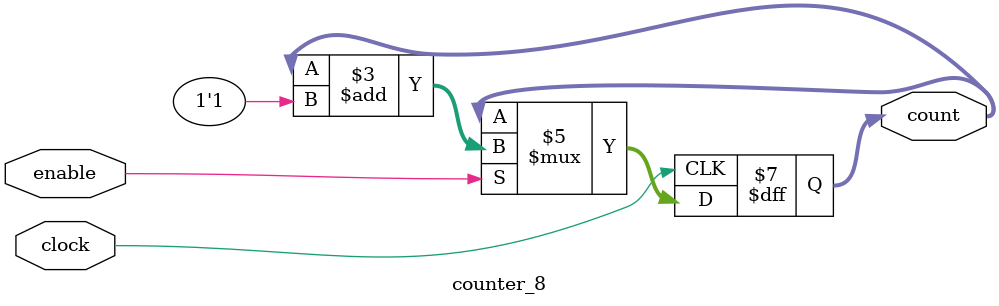
<source format=v>
`timescale 1ns / 100ps    // Unit time is 1ns, resolution 100ps

module counter_8 (
	clock, // clock input
	enable, // high enable counting
	count // count value
);

//------- Declare ports -------//

	parameter BIT_SZ = 8;
	input clock;
	input enable;
	output [BIT_SZ-1:0] count;
	
// count needs to be declared as a reg
	reg [BIT_SZ-1:0] count;
	
//----- always initialise storage elements such as D-FF
	initial count = 0;
	
//----- Main body of the module
	
	always @ (posedge clock)
		if (enable == 1'b1)
			count <= count + 1'b1;
endmodule // end of module

</source>
